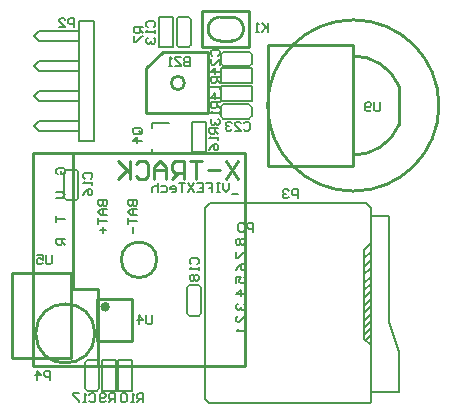
<source format=gbr>
%TF.GenerationSoftware,Altium Limited,Altium Designer,20.0.13 (296)*%
G04 Layer_Color=32896*
%FSLAX25Y25*%
%MOIN*%
%TF.FileFunction,Legend,Bot*%
%TF.Part,Single*%
G01*
G75*
%TA.AperFunction,NonConductor*%
%ADD60C,0.01000*%
%ADD61C,0.00600*%
%ADD62C,0.01575*%
%ADD63C,0.00787*%
%ADD64C,0.00500*%
D60*
X138543Y108000D02*
G03*
X138543Y108000I-28543J0D01*
G01*
X110000Y91465D02*
G03*
X125197Y101483I0J16535D01*
G01*
Y114517D02*
G03*
X110000Y124535I-15197J-6517D01*
G01*
X65531Y137437D02*
G03*
X65531Y129563I0J-3937D01*
G01*
X69468D02*
G03*
X69468Y137437I0J3937D01*
G01*
X53736Y115500D02*
G03*
X53736Y115500I-2236J0D01*
G01*
X44472Y56567D02*
G03*
X44472Y56567I-5906J0D01*
G01*
X23843Y32000D02*
G03*
X23843Y32000I-9843J0D01*
G01*
X81457Y87724D02*
Y128276D01*
X110000Y87724D02*
Y128276D01*
X81457Y87724D02*
X110000D01*
X81457Y128276D02*
X110000D01*
X125157Y101483D02*
Y114517D01*
X65531Y137437D02*
X69468D01*
X65531Y129563D02*
X69468D01*
X59626Y139406D02*
X75374D01*
X59626Y127594D02*
Y139406D01*
Y127594D02*
X75374D01*
Y139406D01*
X61500Y105500D02*
Y125972D01*
X41028Y105500D02*
X61500D01*
X46539Y125972D02*
X61500D01*
X41028Y105500D02*
Y120461D01*
X46539Y125972D01*
X3134Y21134D02*
X74000D01*
X3134D02*
Y92000D01*
X74000D01*
Y21134D02*
Y92000D01*
X16520Y46724D02*
Y92000D01*
X24787Y21134D02*
Y46724D01*
X16520D02*
Y47000D01*
Y46724D02*
Y47000D01*
Y46724D02*
X24787D01*
X-3685Y52272D02*
X16000D01*
Y23728D02*
Y52272D01*
X-3685Y23728D02*
X16000D01*
X-3685D02*
Y52272D01*
X24532Y43559D02*
X36342D01*
Y29646D02*
Y43559D01*
X24532Y29646D02*
X36342D01*
X24532D02*
Y43559D01*
X71500Y89498D02*
X67501Y83500D01*
Y89498D02*
X71500Y83500D01*
X65502Y86499D02*
X61503D01*
X59504Y89498D02*
X55505D01*
X57504D01*
Y83500D01*
X53506D02*
Y89498D01*
X50507D01*
X49507Y88498D01*
Y86499D01*
X50507Y85499D01*
X53506D01*
X51507D02*
X49507Y83500D01*
X47508D02*
Y87499D01*
X45508Y89498D01*
X43509Y87499D01*
Y83500D01*
Y86499D01*
X47508D01*
X37511Y88498D02*
X38511Y89498D01*
X40510D01*
X41510Y88498D01*
Y84500D01*
X40510Y83500D01*
X38511D01*
X37511Y84500D01*
X35512Y89498D02*
Y83500D01*
Y85499D01*
X31513Y89498D01*
X34512Y86499D01*
X31513Y83500D01*
D61*
X51925Y137618D02*
G03*
X51138Y136831I0J-787D01*
G01*
X55862Y136831D02*
G03*
X55075Y137618I-787J-0D01*
G01*
X55075Y127382D02*
G03*
X55862Y128169I-0J787D01*
G01*
X51138Y128169D02*
G03*
X51925Y127382I787J0D01*
G01*
X76118Y125075D02*
G03*
X75331Y125862I-787J-0D01*
G01*
X75331Y121138D02*
G03*
X76118Y121925I-0J787D01*
G01*
X65882Y121925D02*
G03*
X66669Y121138I787J0D01*
G01*
X66669Y125862D02*
G03*
X65882Y125075I0J-787D01*
G01*
X76118Y107575D02*
G03*
X75331Y108362I-787J-0D01*
G01*
X75331Y103638D02*
G03*
X76118Y104425I-0J787D01*
G01*
X65882Y104425D02*
G03*
X66669Y103638I787J0D01*
G01*
X66669Y108362D02*
G03*
X65882Y107575I0J-787D01*
G01*
X55425Y48118D02*
G03*
X54638Y47331I0J-787D01*
G01*
X59362Y47331D02*
G03*
X58575Y48118I-787J-0D01*
G01*
X58575Y37882D02*
G03*
X59362Y38669I-0J787D01*
G01*
X54638Y38669D02*
G03*
X55425Y37882I787J0D01*
G01*
X21425Y23118D02*
G03*
X20638Y22331I0J-787D01*
G01*
X25362Y22331D02*
G03*
X24575Y23118I-787J-0D01*
G01*
X24575Y12882D02*
G03*
X25362Y13669I-0J787D01*
G01*
X20638Y13669D02*
G03*
X21425Y12882I787J0D01*
G01*
X17575Y76382D02*
G03*
X18362Y77169I-0J787D01*
G01*
X13638Y77169D02*
G03*
X14425Y76382I787J0D01*
G01*
X14425Y86618D02*
G03*
X13638Y85831I0J-787D01*
G01*
X18362Y85831D02*
G03*
X17575Y86618I-787J-0D01*
G01*
X51138Y128169D02*
Y136831D01*
X55862Y128169D02*
Y136831D01*
X51925Y137618D02*
X55075D01*
X51925Y127382D02*
X55075D01*
X45138Y137618D02*
X49862D01*
X45138Y127382D02*
X49862D01*
Y137618D01*
X45138Y127382D02*
Y137618D01*
X66669Y125862D02*
X75331D01*
X66669Y121138D02*
X75331D01*
X76118Y121925D02*
Y125075D01*
X65882Y121925D02*
Y125075D01*
Y115638D02*
Y120362D01*
X76118Y115638D02*
Y120362D01*
X65882D02*
X76118D01*
X65882Y115638D02*
X76118D01*
X66669Y108362D02*
X75331D01*
X66669Y103638D02*
X75331D01*
X76118Y104425D02*
Y107575D01*
X65882Y104425D02*
Y107575D01*
Y109638D02*
Y114362D01*
X76118Y109638D02*
Y114362D01*
X65882D02*
X76118D01*
X65882Y109638D02*
X76118D01*
X56138Y92382D02*
Y102618D01*
X60862Y92382D02*
Y102618D01*
X56138Y92382D02*
X60862D01*
X56138Y102618D02*
X60862D01*
X54638Y38669D02*
Y47331D01*
X59362Y38669D02*
Y47331D01*
X55425Y48118D02*
X58575D01*
X55425Y37882D02*
X58575D01*
X31638Y23118D02*
X36362D01*
X31638Y12882D02*
X36362D01*
Y23118D01*
X31638Y12882D02*
Y23118D01*
X26138D02*
X30862D01*
X26138Y12882D02*
X30862D01*
Y23118D01*
X26138Y12882D02*
Y23118D01*
X20638Y13669D02*
Y22331D01*
X25362Y13669D02*
Y22331D01*
X21425Y23118D02*
X24575D01*
X21425Y12882D02*
X24575D01*
X18362Y77169D02*
Y85831D01*
X13638Y77169D02*
Y85831D01*
X14425Y76382D02*
X17575D01*
X14425Y86618D02*
X17575D01*
X11501Y85001D02*
X11001Y85501D01*
Y86500D01*
X11501Y87000D01*
X13500D01*
X14000Y86500D01*
Y85501D01*
X13500Y85001D01*
X12501D01*
Y86000D01*
X11001Y79000D02*
X13000D01*
X14000Y78000D01*
X13000Y77001D01*
X11001D01*
Y71000D02*
Y69001D01*
Y70000D01*
X14000D01*
Y63500D02*
X11001D01*
Y62001D01*
X11501Y61501D01*
X12501D01*
X13000Y62001D01*
Y63500D01*
Y62500D02*
X14000Y61501D01*
X74100Y33400D02*
Y32400D01*
Y32900D01*
X71101D01*
X71601Y33400D01*
X74000Y35701D02*
Y37700D01*
X72001Y35701D01*
X71501D01*
X71001Y36200D01*
Y37200D01*
X71501Y37700D01*
Y41900D02*
X71001Y41400D01*
Y40400D01*
X71501Y39901D01*
X72001D01*
X72500Y40400D01*
Y40900D01*
Y40400D01*
X73000Y39901D01*
X73500D01*
X74000Y40400D01*
Y41400D01*
X73500Y41900D01*
X74000Y45101D02*
X71001D01*
X72500Y46600D01*
Y44601D01*
X70901Y48801D02*
Y50800D01*
X72400D01*
X71901Y49800D01*
Y49301D01*
X72400Y48801D01*
X73400D01*
X73900Y49301D01*
Y50300D01*
X73400Y50800D01*
X70901Y53001D02*
X71401Y54000D01*
X72400Y55000D01*
X73400D01*
X73900Y54500D01*
Y53500D01*
X73400Y53001D01*
X72900D01*
X72400Y53500D01*
Y55000D01*
X70901Y59200D02*
Y57201D01*
X71401D01*
X73400Y59200D01*
X73900D01*
X71301Y63600D02*
X70801Y63100D01*
Y62100D01*
X71301Y61601D01*
X71801D01*
X72300Y62100D01*
X72800Y61601D01*
X73300D01*
X73800Y62100D01*
Y63100D01*
X73300Y63600D01*
X72800D01*
X72300Y63100D01*
X71801Y63600D01*
X71301D01*
X72300Y63100D02*
Y62100D01*
X73599Y66401D02*
X73099Y65901D01*
X72100D01*
X71600Y66401D01*
Y68400D01*
X72100Y68900D01*
X73099D01*
X73599Y68400D01*
X76598Y65901D02*
Y68900D01*
X75099D01*
X74599Y68400D01*
Y67400D01*
X75099Y66901D01*
X76598D01*
X71500Y78500D02*
X69501D01*
X68501Y81999D02*
Y80000D01*
X67501Y79000D01*
X66502Y80000D01*
Y81999D01*
X65502D02*
X64502D01*
X65002D01*
Y79000D01*
X65502D01*
X64502D01*
X61003Y81999D02*
X63003D01*
Y80500D01*
X62003D01*
X63003D01*
Y79000D01*
X58004Y81999D02*
X60004D01*
Y79000D01*
X58004D01*
X60004Y80500D02*
X59004D01*
X57005Y81999D02*
X55005Y79000D01*
Y81999D02*
X57005Y79000D01*
X54006Y81999D02*
X52006D01*
X53006D01*
Y79000D01*
X49507D02*
X50507D01*
X51007Y79500D01*
Y80500D01*
X50507Y80999D01*
X49507D01*
X49007Y80500D01*
Y80000D01*
X51007D01*
X46008Y80999D02*
X47508D01*
X48008Y80500D01*
Y79500D01*
X47508Y79000D01*
X46008D01*
X45009Y81999D02*
Y79000D01*
Y80500D01*
X44509Y80999D01*
X43509D01*
X43009Y80500D01*
Y79000D01*
X65000Y100500D02*
X62001D01*
Y99001D01*
X62501Y98501D01*
X63500D01*
X64000Y99001D01*
Y100500D01*
Y99500D02*
X65000Y98501D01*
Y97501D02*
Y96501D01*
Y97001D01*
X62001D01*
X62501Y97501D01*
X62001Y93002D02*
X62501Y94002D01*
X63500Y95002D01*
X64500D01*
X65000Y94502D01*
Y93502D01*
X64500Y93002D01*
X64000D01*
X63500Y93502D01*
Y95002D01*
X39000Y98501D02*
X37001D01*
X36501Y99001D01*
Y100000D01*
X37001Y100500D01*
X39000D01*
X39500Y100000D01*
Y99001D01*
X38500Y99500D02*
X39500Y98501D01*
Y99001D02*
X39000Y98501D01*
X39500Y96001D02*
X36501D01*
X38001Y97501D01*
Y95502D01*
X55500Y123999D02*
Y121000D01*
X54001D01*
X53501Y121500D01*
Y122000D01*
X54001Y122500D01*
X55500D01*
X54001D01*
X53501Y122999D01*
Y123499D01*
X54001Y123999D01*
X55500D01*
X52501D02*
X50502D01*
Y123499D01*
X52501Y121500D01*
Y121000D01*
X50502D01*
X49502D02*
X48502D01*
X49002D01*
Y123999D01*
X49502Y123499D01*
X41501Y134001D02*
X41001Y134501D01*
Y135500D01*
X41501Y136000D01*
X43500D01*
X44000Y135500D01*
Y134501D01*
X43500Y134001D01*
X44000Y133001D02*
Y132001D01*
Y132501D01*
X41001D01*
X41501Y133001D01*
Y130502D02*
X41001Y130002D01*
Y129002D01*
X41501Y128502D01*
X42001D01*
X42500Y129002D01*
Y129502D01*
Y129002D01*
X43000Y128502D01*
X43500D01*
X44000Y129002D01*
Y130002D01*
X43500Y130502D01*
X20501Y83501D02*
X20001Y84000D01*
Y85000D01*
X20501Y85500D01*
X22500D01*
X23000Y85000D01*
Y84000D01*
X22500Y83501D01*
X23000Y82501D02*
Y81501D01*
Y82001D01*
X20001D01*
X20501Y82501D01*
X20001Y78002D02*
X20501Y79002D01*
X21500Y80002D01*
X22500D01*
X23000Y79502D01*
Y78502D01*
X22500Y78002D01*
X22000D01*
X21500Y78502D01*
Y80002D01*
X22001Y11499D02*
X22501Y11999D01*
X23500D01*
X24000Y11499D01*
Y9500D01*
X23500Y9000D01*
X22501D01*
X22001Y9500D01*
X21001Y9000D02*
X20001D01*
X20501D01*
Y11999D01*
X21001Y11499D01*
X18502Y11999D02*
X16502D01*
Y11499D01*
X18502Y9500D01*
Y9000D01*
X56001Y55001D02*
X55501Y55501D01*
Y56500D01*
X56001Y57000D01*
X58000D01*
X58500Y56500D01*
Y55501D01*
X58000Y55001D01*
X58500Y54001D02*
Y53001D01*
Y53501D01*
X55501D01*
X56001Y54001D01*
Y51502D02*
X55501Y51002D01*
Y50002D01*
X56001Y49502D01*
X56501D01*
X57000Y50002D01*
X57500Y49502D01*
X58000D01*
X58500Y50002D01*
Y51002D01*
X58000Y51502D01*
X57500D01*
X57000Y51002D01*
X56501Y51502D01*
X56001D01*
X57000Y51002D02*
Y50002D01*
X73501Y101999D02*
X74001Y102499D01*
X75000D01*
X75500Y101999D01*
Y100000D01*
X75000Y99500D01*
X74001D01*
X73501Y100000D01*
X70502Y99500D02*
X72501D01*
X70502Y101499D01*
Y101999D01*
X71001Y102499D01*
X72001D01*
X72501Y101999D01*
X69502D02*
X69002Y102499D01*
X68002D01*
X67503Y101999D01*
Y101499D01*
X68002Y100999D01*
X68502D01*
X68002D01*
X67503Y100500D01*
Y100000D01*
X68002Y99500D01*
X69002D01*
X69502Y100000D01*
X63001Y124501D02*
X62501Y125001D01*
Y126000D01*
X63001Y126500D01*
X65000D01*
X65500Y126000D01*
Y125001D01*
X65000Y124501D01*
X65500Y121502D02*
Y123501D01*
X63501Y121502D01*
X63001D01*
X62501Y122001D01*
Y123001D01*
X63001Y123501D01*
X65500Y119002D02*
X62501D01*
X64000Y120502D01*
Y118503D01*
X81500Y135499D02*
Y132500D01*
Y133500D01*
X79501Y135499D01*
X81000Y134000D01*
X79501Y132500D01*
X78501D02*
X77501D01*
X78001D01*
Y135499D01*
X78501Y134999D01*
X17000Y134000D02*
Y136999D01*
X15500D01*
X15001Y136499D01*
Y135500D01*
X15500Y135000D01*
X17000D01*
X12002Y134000D02*
X14001D01*
X12002Y135999D01*
Y136499D01*
X12501Y136999D01*
X13501D01*
X14001Y136499D01*
X91500Y77000D02*
Y79999D01*
X90000D01*
X89501Y79499D01*
Y78500D01*
X90000Y78000D01*
X91500D01*
X88501Y79499D02*
X88001Y79999D01*
X87001D01*
X86502Y79499D01*
Y78999D01*
X87001Y78500D01*
X87501D01*
X87001D01*
X86502Y78000D01*
Y77500D01*
X87001Y77000D01*
X88001D01*
X88501Y77500D01*
X9000Y16500D02*
Y19499D01*
X7501D01*
X7001Y18999D01*
Y18000D01*
X7501Y17500D01*
X9000D01*
X4501Y16500D02*
Y19499D01*
X6001Y18000D01*
X4002D01*
X40000Y134000D02*
X37001D01*
Y132501D01*
X37501Y132001D01*
X38500D01*
X39000Y132501D01*
Y134000D01*
Y133000D02*
X40000Y132001D01*
X37001Y131001D02*
Y129002D01*
X37501D01*
X39500Y131001D01*
X40000D01*
X30500Y9000D02*
Y11999D01*
X29000D01*
X28501Y11499D01*
Y10499D01*
X29000Y10000D01*
X30500D01*
X29500D02*
X28501Y9000D01*
X27501Y9500D02*
X27001Y9000D01*
X26001D01*
X25502Y9500D01*
Y11499D01*
X26001Y11999D01*
X27001D01*
X27501Y11499D01*
Y10999D01*
X27001Y10499D01*
X25502D01*
X40000Y9000D02*
Y11999D01*
X38500D01*
X38001Y11499D01*
Y10499D01*
X38500Y10000D01*
X40000D01*
X39000D02*
X38001Y9000D01*
X37001D02*
X36001D01*
X36501D01*
Y11999D01*
X37001Y11499D01*
X34502D02*
X34002Y11999D01*
X33002D01*
X32502Y11499D01*
Y9500D01*
X33002Y9000D01*
X34002D01*
X34502Y9500D01*
Y11499D01*
X65500Y109000D02*
X62501D01*
Y107501D01*
X63001Y107001D01*
X64000D01*
X64500Y107501D01*
Y109000D01*
Y108000D02*
X65500Y107001D01*
Y106001D02*
Y105001D01*
Y105501D01*
X62501D01*
X63001Y106001D01*
Y103502D02*
X62501Y103002D01*
Y102002D01*
X63001Y101502D01*
X63501D01*
X64000Y102002D01*
Y102502D01*
Y102002D01*
X64500Y101502D01*
X65000D01*
X65500Y102002D01*
Y103002D01*
X65000Y103502D01*
X65500Y117500D02*
X62501D01*
Y116000D01*
X63001Y115501D01*
X64000D01*
X64500Y116000D01*
Y117500D01*
Y116500D02*
X65500Y115501D01*
Y114501D02*
Y113501D01*
Y114001D01*
X62501D01*
X63001Y114501D01*
X65500Y110502D02*
X62501D01*
X64000Y112002D01*
Y110002D01*
X9500Y57999D02*
Y55500D01*
X9000Y55000D01*
X8000D01*
X7501Y55500D01*
Y57999D01*
X4502D02*
X6501D01*
Y56499D01*
X5501Y56999D01*
X5001D01*
X4502Y56499D01*
Y55500D01*
X5001Y55000D01*
X6001D01*
X6501Y55500D01*
X119000Y108999D02*
Y106500D01*
X118500Y106000D01*
X117500D01*
X117001Y106500D01*
Y108999D01*
X116001Y106500D02*
X115501Y106000D01*
X114501D01*
X114002Y106500D01*
Y108499D01*
X114501Y108999D01*
X115501D01*
X116001Y108499D01*
Y107999D01*
X115501Y107500D01*
X114002D01*
X43000Y37999D02*
Y35500D01*
X42500Y35000D01*
X41500D01*
X41001Y35500D01*
Y37999D01*
X38501Y35000D02*
Y37999D01*
X40001Y36500D01*
X38002D01*
X25001Y76500D02*
X28000D01*
Y75001D01*
X27500Y74501D01*
X27000D01*
X26500Y75001D01*
Y76500D01*
Y75001D01*
X26001Y74501D01*
X25501D01*
X25001Y75001D01*
Y76500D01*
X28000Y73501D02*
X26001D01*
X25001Y72501D01*
X26001Y71502D01*
X28000D01*
X26500D01*
Y73501D01*
X25001Y70502D02*
Y68503D01*
Y69502D01*
X28000D01*
X26500Y67503D02*
Y65504D01*
X25501Y66503D02*
X27500D01*
X35001Y76500D02*
X38000D01*
Y75001D01*
X37500Y74501D01*
X37000D01*
X36500Y75001D01*
Y76500D01*
Y75001D01*
X36001Y74501D01*
X35501D01*
X35001Y75001D01*
Y76500D01*
X38000Y73501D02*
X36001D01*
X35001Y72501D01*
X36001Y71502D01*
X38000D01*
X36500D01*
Y73501D01*
X35001Y70502D02*
Y68503D01*
Y69502D01*
X38000D01*
X36500Y67503D02*
Y65504D01*
D62*
X28075Y40882D02*
G03*
X28075Y40882I-787J0D01*
G01*
D63*
X18500Y96000D02*
Y136000D01*
X23500D01*
X18500Y96000D02*
X23500D01*
X5167Y99333D02*
X18500D01*
X3500Y101000D02*
X5167Y99333D01*
X3500Y101000D02*
X5167Y102667D01*
X18500D01*
X5167Y109333D02*
X18500D01*
X3500Y111000D02*
X5167Y109333D01*
X3500Y111000D02*
X5167Y112667D01*
X18500D01*
X5167Y119333D02*
X18500D01*
X3500Y121000D02*
X5167Y119333D01*
X3500Y121000D02*
X5167Y122667D01*
X18500D01*
X5167Y129333D02*
X18500D01*
X3500Y131000D02*
X5167Y129333D01*
X3500Y131000D02*
X5167Y132667D01*
X18500D01*
X23500Y96000D02*
Y136000D01*
X42874Y91882D02*
Y93654D01*
Y100347D02*
Y102118D01*
X48681D01*
X42874Y91882D02*
X48681D01*
D64*
X122000Y35800D02*
X125200Y25700D01*
X115800Y71100D02*
X122000D01*
Y35700D02*
Y71100D01*
X125200Y12500D02*
Y25700D01*
X115900Y12500D02*
X125200D01*
X114200Y29901D02*
X115800Y31500D01*
X114200Y29599D02*
Y29901D01*
X113600Y31500D02*
X115800Y33700D01*
X113600Y33800D02*
X115800Y36000D01*
X113600Y33700D02*
Y33800D01*
Y36300D02*
X115800Y38500D01*
X113600Y35800D02*
Y36300D01*
X113700Y38900D02*
X115800Y41000D01*
X113600Y38900D02*
X113700D01*
X113600Y41300D02*
X115800Y43500D01*
X113600Y41200D02*
Y41300D01*
Y43900D02*
X115800Y46100D01*
X113600Y43500D02*
Y43900D01*
X113700Y46500D02*
X115800Y48600D01*
X113600Y46500D02*
X113700D01*
X113600Y48700D02*
X115800Y50900D01*
X113600Y48600D02*
Y48700D01*
Y51700D02*
X115500Y53600D01*
X115800D01*
X113800Y54500D02*
X115800Y56500D01*
X113600Y54500D02*
X113800D01*
X113700Y57000D02*
X115800Y59100D01*
X113600Y57000D02*
X113700D01*
X115800Y9100D02*
Y28000D01*
X113600Y30200D02*
X115800Y28000D01*
X113600Y30200D02*
Y59900D01*
X115800Y62100D01*
Y73900D01*
X62200Y75600D02*
X114100D01*
X60500Y73900D02*
X62200Y75600D01*
X60500Y10200D02*
Y73900D01*
Y10200D02*
X62000Y8700D01*
X115400D01*
X115800Y9100D01*
Y73900D01*
X114100Y75600D02*
X115800Y73900D01*
%TF.MD5,08724bec218503b67ebc152ababa9b80*%
M02*

</source>
